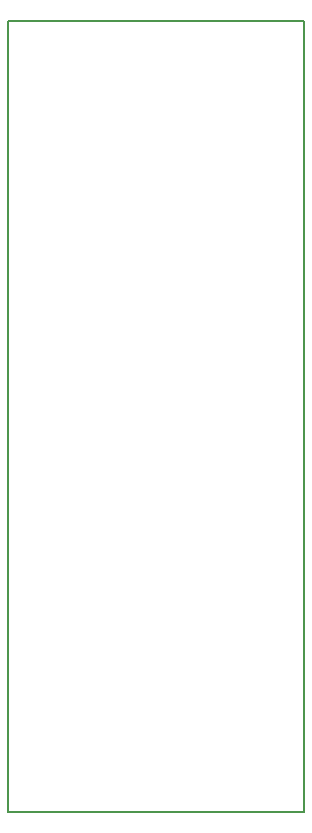
<source format=gbr>
%TF.GenerationSoftware,KiCad,Pcbnew,7.0.6-0*%
%TF.CreationDate,2023-08-27T17:26:56+10:00*%
%TF.ProjectId,PC-SPRINT_SMD,50432d53-5052-4494-9e54-5f534d442e6b,rev?*%
%TF.SameCoordinates,Original*%
%TF.FileFunction,Profile,NP*%
%FSLAX46Y46*%
G04 Gerber Fmt 4.6, Leading zero omitted, Abs format (unit mm)*
G04 Created by KiCad (PCBNEW 7.0.6-0) date 2023-08-27 17:26:56*
%MOMM*%
%LPD*%
G01*
G04 APERTURE LIST*
%TA.AperFunction,Profile*%
%ADD10C,0.150000*%
%TD*%
G04 APERTURE END LIST*
D10*
X100000000Y-117000000D02*
X75000000Y-117000000D01*
X75000000Y-50000000D02*
X100000000Y-50000000D01*
X75000000Y-117000000D02*
X75000000Y-50000000D01*
X100000000Y-50000000D02*
X100000000Y-117000000D01*
M02*

</source>
